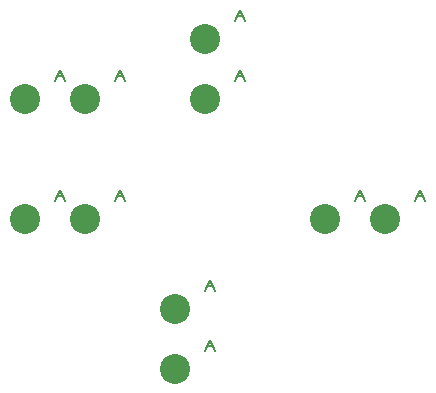
<source format=gbr>
%FSLAX23Y23*%
%MOIN*%
G04 EasyPC Gerber Version 17.0 Build 3379 *
%ADD11C,0.00500*%
%ADD19C,0.10000*%
X0Y0D02*
D02*
D11*
X303Y687D02*
X318Y724D01*
X334Y687*
X309Y703D02*
X328D01*
X303Y1087D02*
X318Y1124D01*
X334Y1087*
X309Y1103D02*
X328D01*
X502Y687D02*
X518Y724D01*
X534Y687*
X509Y703D02*
X527D01*
X502Y1087D02*
X518Y1124D01*
X534Y1087*
X509Y1103D02*
X527D01*
X803Y187D02*
X818Y224D01*
X834Y187*
X809Y203D02*
X828D01*
X803Y387D02*
X818Y424D01*
X834Y387*
X809Y403D02*
X828D01*
X903Y1087D02*
X918Y1124D01*
X934Y1087*
X909Y1103D02*
X928D01*
X903Y1287D02*
X918Y1324D01*
X934Y1287*
X909Y1303D02*
X928D01*
X1303Y687D02*
X1318Y724D01*
X1334Y687*
X1309Y703D02*
X1328D01*
X1503Y687D02*
X1518Y724D01*
X1534Y687*
X1509Y703D02*
X1528D01*
D02*
D19*
X203Y627D03*
Y1028D03*
X403Y627D03*
Y1028D03*
X703Y128D03*
Y328D03*
X803Y1028D03*
Y1228D03*
X1202Y627D03*
X1403D03*
X0Y0D02*
M02*

</source>
